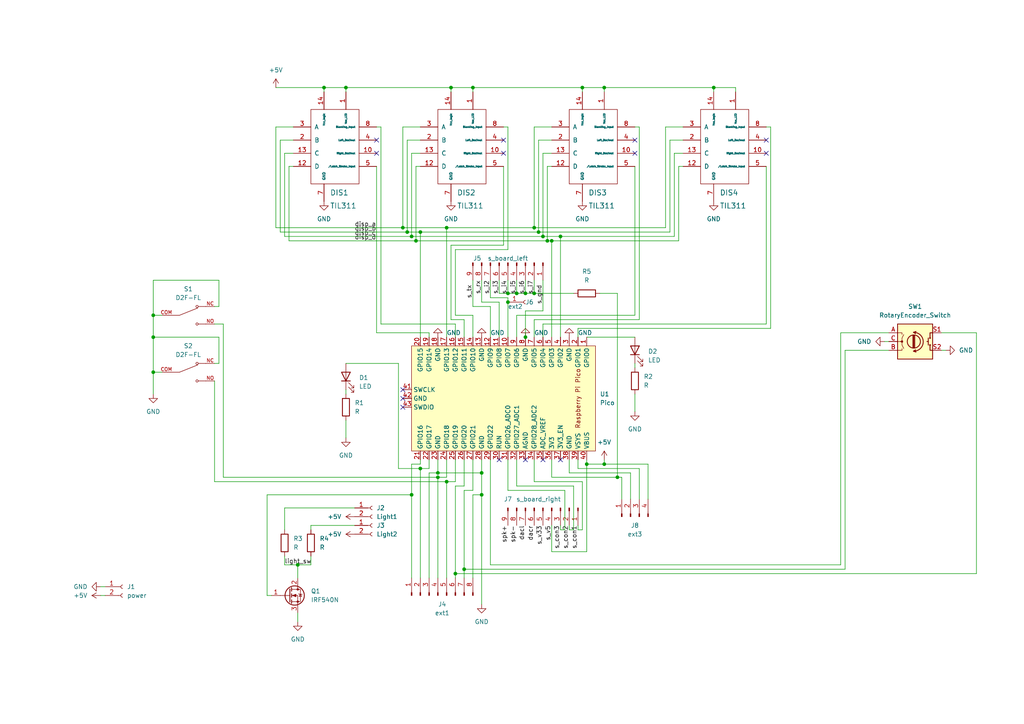
<source format=kicad_sch>
(kicad_sch (version 20211123) (generator eeschema)
  (paper "A4")
  (lib_symbols
    (symbol "Connector:Conn_01x01_Female" (pin_names (offset 1.016) hide)
      (property "Reference" "J" (at 0 2.54 0))
      (property "Value" "Conn_01x01_Female" (at 0 -2.54 0))
      (symbol "Conn_01x01_Female_1_1"
        (polyline (pts (xy -1.27 0) (xy -0.508 0)) (stroke (width 0.1524)))
        (arc (start 0 0.508) (mid -0.508 0) (end 0 -0.508) (stroke (width 0.1524)))
        (pin passive line (at -5.08 0 0) (length 3.81) (name "Pin_1") (number "1"))
      )
    )
    (symbol "Connector:Conn_01x02_Female" (pin_names (offset 1.016) hide)
      (property "Reference" "J" (at 0 2.54 0))
      (property "Value" "Conn_01x02_Female" (at 0 -5.08 0))
      (symbol "Conn_01x02_Female_1_1"
        (arc (start 0 -2.032) (mid -0.508 -2.54) (end 0 -3.048) (stroke (width 0.1524)))
        (polyline (pts (xy -1.27 -2.54) (xy -0.508 -2.54)) (stroke (width 0.1524)))
        (polyline (pts (xy -1.27 0) (xy -0.508 0)) (stroke (width 0.1524)))
        (arc (start 0 0.508) (mid -0.508 0) (end 0 -0.508) (stroke (width 0.1524)))
        (pin passive line (at -5.08 0 0) (length 3.81) (name "Pin_1") (number "1"))
        (pin passive line (at -5.08 -2.54 0) (length 3.81) (name "Pin_2") (number "2"))
      )
    )
    (symbol "Connector:Conn_01x04_Male" (pin_names (offset 1.016) hide)
      (property "Reference" "J" (at 0 5.08 0))
      (property "Value" "Conn_01x04_Male" (at 0 -7.62 0))
      (symbol "Conn_01x04_Male_1_1"
        (polyline (pts (xy 1.27 -5.08) (xy 0.8636 -5.08)) (stroke (width 0.1524)))
        (polyline (pts (xy 1.27 -2.54) (xy 0.8636 -2.54)) (stroke (width 0.1524)))
        (polyline (pts (xy 1.27 0) (xy 0.8636 0)) (stroke (width 0.1524)))
        (polyline (pts (xy 1.27 2.54) (xy 0.8636 2.54)) (stroke (width 0.1524)))
        (rectangle (start 0.8636 -4.953) (end 0 -5.207) (stroke (width 0.1524)) (fill (type outline)))
        (rectangle (start 0.8636 -2.413) (end 0 -2.667) (stroke (width 0.1524)) (fill (type outline)))
        (rectangle (start 0.8636 0.127) (end 0 -0.127) (stroke (width 0.1524)) (fill (type outline)))
        (rectangle (start 0.8636 2.667) (end 0 2.413) (stroke (width 0.1524)) (fill (type outline)))
        (pin passive line (at 5.08 2.54 180) (length 3.81) (name "Pin_1") (number "1"))
        (pin passive line (at 5.08 0 180) (length 3.81) (name "Pin_2") (number "2"))
        (pin passive line (at 5.08 -2.54 180) (length 3.81) (name "Pin_3") (number "3"))
        (pin passive line (at 5.08 -5.08 180) (length 3.81) (name "Pin_4") (number "4"))
      )
    )
    (symbol "Connector:Conn_01x08_Male" (pin_names (offset 1.016) hide)
      (property "Reference" "J" (at 0 10.16 0))
      (property "Value" "Conn_01x08_Male" (at 0 -12.7 0))
      (symbol "Conn_01x08_Male_1_1"
        (polyline (pts (xy 1.27 -10.16) (xy 0.8636 -10.16)) (stroke (width 0.1524)))
        (polyline (pts (xy 1.27 -7.62) (xy 0.8636 -7.62)) (stroke (width 0.1524)))
        (polyline (pts (xy 1.27 -5.08) (xy 0.8636 -5.08)) (stroke (width 0.1524)))
        (polyline (pts (xy 1.27 -2.54) (xy 0.8636 -2.54)) (stroke (width 0.1524)))
        (polyline (pts (xy 1.27 0) (xy 0.8636 0)) (stroke (width 0.1524)))
        (polyline (pts (xy 1.27 2.54) (xy 0.8636 2.54)) (stroke (width 0.1524)))
        (polyline (pts (xy 1.27 5.08) (xy 0.8636 5.08)) (stroke (width 0.1524)))
        (polyline (pts (xy 1.27 7.62) (xy 0.8636 7.62)) (stroke (width 0.1524)))
        (rectangle (start 0.8636 -10.033) (end 0 -10.287) (stroke (width 0.1524)) (fill (type outline)))
        (rectangle (start 0.8636 -7.493) (end 0 -7.747) (stroke (width 0.1524)) (fill (type outline)))
        (rectangle (start 0.8636 -4.953) (end 0 -5.207) (stroke (width 0.1524)) (fill (type outline)))
        (rectangle (start 0.8636 -2.413) (end 0 -2.667) (stroke (width 0.1524)) (fill (type outline)))
        (rectangle (start 0.8636 0.127) (end 0 -0.127) (stroke (width 0.1524)) (fill (type outline)))
        (rectangle (start 0.8636 2.667) (end 0 2.413) (stroke (width 0.1524)) (fill (type outline)))
        (rectangle (start 0.8636 5.207) (end 0 4.953) (stroke (width 0.1524)) (fill (type outline)))
        (rectangle (start 0.8636 7.747) (end 0 7.493) (stroke (width 0.1524)) (fill (type outline)))
        (pin passive line (at 5.08 7.62 180) (length 3.81) (name "Pin_1") (number "1"))
        (pin passive line (at 5.08 5.08 180) (length 3.81) (name "Pin_2") (number "2"))
        (pin passive line (at 5.08 2.54 180) (length 3.81) (name "Pin_3") (number "3"))
        (pin passive line (at 5.08 0 180) (length 3.81) (name "Pin_4") (number "4"))
        (pin passive line (at 5.08 -2.54 180) (length 3.81) (name "Pin_5") (number "5"))
        (pin passive line (at 5.08 -5.08 180) (length 3.81) (name "Pin_6") (number "6"))
        (pin passive line (at 5.08 -7.62 180) (length 3.81) (name "Pin_7") (number "7"))
        (pin passive line (at 5.08 -10.16 180) (length 3.81) (name "Pin_8") (number "8"))
      )
    )
    (symbol "Connector:Conn_01x09_Male" (pin_names (offset 1.016) hide)
      (property "Reference" "J" (at 0 12.7 0))
      (property "Value" "Conn_01x09_Male" (at 0 -12.7 0))
      (symbol "Conn_01x09_Male_1_1"
        (polyline (pts (xy 1.27 -10.16) (xy 0.8636 -10.16)) (stroke (width 0.1524)))
        (polyline (pts (xy 1.27 -7.62) (xy 0.8636 -7.62)) (stroke (width 0.1524)))
        (polyline (pts (xy 1.27 -5.08) (xy 0.8636 -5.08)) (stroke (width 0.1524)))
        (polyline (pts (xy 1.27 -2.54) (xy 0.8636 -2.54)) (stroke (width 0.1524)))
        (polyline (pts (xy 1.27 0) (xy 0.8636 0)) (stroke (width 0.1524)))
        (polyline (pts (xy 1.27 2.54) (xy 0.8636 2.54)) (stroke (width 0.1524)))
        (polyline (pts (xy 1.27 5.08) (xy 0.8636 5.08)) (stroke (width 0.1524)))
        (polyline (pts (xy 1.27 7.62) (xy 0.8636 7.62)) (stroke (width 0.1524)))
        (polyline (pts (xy 1.27 10.16) (xy 0.8636 10.16)) (stroke (width 0.1524)))
        (rectangle (start 0.8636 -10.033) (end 0 -10.287) (stroke (width 0.1524)) (fill (type outline)))
        (rectangle (start 0.8636 -7.493) (end 0 -7.747) (stroke (width 0.1524)) (fill (type outline)))
        (rectangle (start 0.8636 -4.953) (end 0 -5.207) (stroke (width 0.1524)) (fill (type outline)))
        (rectangle (start 0.8636 -2.413) (end 0 -2.667) (stroke (width 0.1524)) (fill (type outline)))
        (rectangle (start 0.8636 0.127) (end 0 -0.127) (stroke (width 0.1524)) (fill (type outline)))
        (rectangle (start 0.8636 2.667) (end 0 2.413) (stroke (width 0.1524)) (fill (type outline)))
        (rectangle (start 0.8636 5.207) (end 0 4.953) (stroke (width 0.1524)) (fill (type outline)))
        (rectangle (start 0.8636 7.747) (end 0 7.493) (stroke (width 0.1524)) (fill (type outline)))
        (rectangle (start 0.8636 10.287) (end 0 10.033) (stroke (width 0.1524)) (fill (type outline)))
        (pin passive line (at 5.08 10.16 180) (length 3.81) (name "Pin_1") (number "1"))
        (pin passive line (at 5.08 7.62 180) (length 3.81) (name "Pin_2") (number "2"))
        (pin passive line (at 5.08 5.08 180) (length 3.81) (name "Pin_3") (number "3"))
        (pin passive line (at 5.08 2.54 180) (length 3.81) (name "Pin_4") (number "4"))
        (pin passive line (at 5.08 0 180) (length 3.81) (name "Pin_5") (number "5"))
        (pin passive line (at 5.08 -2.54 180) (length 3.81) (name "Pin_6") (number "6"))
        (pin passive line (at 5.08 -5.08 180) (length 3.81) (name "Pin_7") (number "7"))
        (pin passive line (at 5.08 -7.62 180) (length 3.81) (name "Pin_8") (number "8"))
        (pin passive line (at 5.08 -10.16 180) (length 3.81) (name "Pin_9") (number "9"))
      )
    )
    (symbol "D2F-FL:D2F-FL" (pin_names (offset 1.016) hide)
      (property "Reference" "S" (at -2.54 5.08 0))
      (property "Value" "D2F-FL" (at -2.54 -5.08 0))
      (symbol "D2F-FL_0_0"
        (polyline (pts (xy -2.54 0) (xy -5.08 0)) (stroke (width 0.1524)))
        (polyline (pts (xy -2.54 0) (xy 2.794 2.1336)) (stroke (width 0.1524)))
        (polyline (pts (xy 5.08 -2.54) (xy 2.921 -2.54)) (stroke (width 0.1524)))
        (polyline (pts (xy 5.08 2.54) (xy 2.921 2.54)) (stroke (width 0.1524)))
        (circle (center 2.54 -2.54) (radius 0.3302) (stroke (width 0.1524)))
        (circle (center 2.54 2.54) (radius 0.3302) (stroke (width 0.1524)))
        (pin passive line (at -7.62 0 0) (length 2.54) (name "~") (number "COM"))
        (pin passive line (at 7.62 2.54 180) (length 2.54) (name "~") (number "NC"))
        (pin passive line (at 7.62 -2.54 180) (length 2.54) (name "~") (number "NO"))
      )
    )
    (symbol "Device:LED" (pin_numbers hide) (pin_names (offset 1.016) hide)
      (property "Reference" "D" (at 0 2.54 0))
      (property "Value" "LED" (at 0 -2.54 0))
      (symbol "LED_0_1"
        (polyline (pts (xy -1.27 -1.27) (xy -1.27 1.27)) (stroke (width 0.254)))
        (polyline (pts (xy -1.27 0) (xy 1.27 0)))
        (polyline (pts (xy 1.27 -1.27) (xy 1.27 1.27) (xy -1.27 0) (xy 1.27 -1.27)) (stroke (width 0.254)))
        (polyline (pts (xy -3.048 -0.762) (xy -4.572 -2.286) (xy -3.81 -2.286) (xy -4.572 -2.286) (xy -4.572 -1.524)))
        (polyline (pts (xy -1.778 -0.762) (xy -3.302 -2.286) (xy -2.54 -2.286) (xy -3.302 -2.286) (xy -3.302 -1.524)))
      )
      (symbol "LED_1_1"
        (pin passive line (at -3.81 0 0) (length 2.54) (name "K") (number "1"))
        (pin passive line (at 3.81 0 180) (length 2.54) (name "A") (number "2"))
      )
    )
    (symbol "Device:R" (pin_numbers hide) (pin_names (offset 0))
      (property "Reference" "R" (at 2.032 0 90))
      (property "Value" "R" (at 0 0 90))
      (symbol "R_0_1"
        (rectangle (start -1.016 -2.54) (end 1.016 2.54) (stroke (width 0.254)))
      )
      (symbol "R_1_1"
        (pin passive line (at 0 3.81 270) (length 1.27) (name "~") (number "1"))
        (pin passive line (at 0 -3.81 90) (length 1.27) (name "~") (number "2"))
      )
    )
    (symbol "Device:RotaryEncoder_Switch" (pin_names (offset 0.254) hide)
      (property "Reference" "SW" (at 0 6.604 0))
      (property "Value" "RotaryEncoder_Switch" (at 0 -6.604 0))
      (symbol "RotaryEncoder_Switch_0_1"
        (rectangle (start -5.08 5.08) (end 5.08 -5.08) (stroke (width 0.254)) (fill (type background)))
        (circle (center -3.81 0) (radius 0.254) (fill (type outline)))
        (arc (start -0.381 -2.794) (mid 2.3622 -0.0508) (end -0.381 2.667) (stroke (width 0.254)))
        (circle (center -0.381 0) (radius 1.905) (stroke (width 0.254)))
        (polyline (pts (xy -0.635 -1.778) (xy -0.635 1.778)) (stroke (width 0.254)))
        (polyline (pts (xy -0.381 -1.778) (xy -0.381 1.778)) (stroke (width 0.254)))
        (polyline (pts (xy -0.127 1.778) (xy -0.127 -1.778)) (stroke (width 0.254)))
        (polyline (pts (xy 3.81 0) (xy 3.429 0)) (stroke (width 0.254)))
        (polyline (pts (xy 3.81 1.016) (xy 3.81 -1.016)) (stroke (width 0.254)))
        (polyline (pts (xy -5.08 -2.54) (xy -3.81 -2.54) (xy -3.81 -2.032)))
        (polyline (pts (xy -5.08 2.54) (xy -3.81 2.54) (xy -3.81 2.032)))
        (polyline (pts (xy 0.254 -3.048) (xy -0.508 -2.794) (xy 0.127 -2.413)) (stroke (width 0.254)))
        (polyline (pts (xy 0.254 2.921) (xy -0.508 2.667) (xy 0.127 2.286)) (stroke (width 0.254)))
        (polyline (pts (xy 5.08 -2.54) (xy 4.318 -2.54) (xy 4.318 -1.016)) (stroke (width 0.254)))
        (polyline (pts (xy 5.08 2.54) (xy 4.318 2.54) (xy 4.318 1.016)) (stroke (width 0.254)))
        (polyline (pts (xy -5.08 0) (xy -3.81 0) (xy -3.81 -1.016) (xy -3.302 -2.032)))
        (polyline (pts (xy -4.318 0) (xy -3.81 0) (xy -3.81 1.016) (xy -3.302 2.032)))
        (circle (center 4.318 -1.016) (radius 0.127) (stroke (width 0.254)))
        (circle (center 4.318 1.016) (radius 0.127) (stroke (width 0.254)))
      )
      (symbol "RotaryEncoder_Switch_1_1"
        (pin passive line (at -7.62 2.54 0) (length 2.54) (name "A") (number "A"))
        (pin passive line (at -7.62 -2.54 0) (length 2.54) (name "B") (number "B"))
        (pin passive line (at -7.62 0 0) (length 2.54) (name "C") (number "C"))
        (pin passive line (at 7.62 2.54 180) (length 2.54) (name "S1") (number "S1"))
        (pin passive line (at 7.62 -2.54 180) (length 2.54) (name "S2") (number "S2"))
      )
    )
    (symbol "MCU_RaspberryPi_and_Boards:Pico"
      (property "Reference" "U" (at -13.97 27.94 0))
      (property "Value" "Pico" (at 0 19.05 0))
      (symbol "Pico_0_0"
        (text "Raspberry Pi Pico" (at 0 21.59 0) (effects (font (size 1.27 1.27))))
      )
      (symbol "Pico_0_1"
        (rectangle (start -15.24 26.67) (end 15.24 -26.67) (fill (type background)))
      )
      (symbol "Pico_1_1"
        (pin bidirectional line (at -17.78 24.13 0) (length 2.54) (name "GPIO0") (number "1"))
        (pin bidirectional line (at -17.78 1.27 0) (length 2.54) (name "GPIO7") (number "10"))
        (pin bidirectional line (at -17.78 -1.27 0) (length 2.54) (name "GPIO8") (number "11"))
        (pin bidirectional line (at -17.78 -3.81 0) (length 2.54) (name "GPIO9") (number "12"))
        (pin power_in line (at -17.78 -6.35 0) (length 2.54) (name "GND") (number "13"))
        (pin bidirectional line (at -17.78 -8.89 0) (length 2.54) (name "GPIO10") (number "14"))
        (pin bidirectional line (at -17.78 -11.43 0) (length 2.54) (name "GPIO11") (number "15"))
        (pin bidirectional line (at -17.78 -13.97 0) (length 2.54) (name "GPIO12") (number "16"))
        (pin bidirectional line (at -17.78 -16.51 0) (length 2.54) (name "GPIO13") (number "17"))
        (pin power_in line (at -17.78 -19.05 0) (length 2.54) (name "GND") (number "18"))
        (pin bidirectional line (at -17.78 -21.59 0) (length 2.54) (name "GPIO14") (number "19"))
        (pin bidirectional line (at -17.78 21.59 0) (length 2.54) (name "GPIO1") (number "2"))
        (pin bidirectional line (at -17.78 -24.13 0) (length 2.54) (name "GPIO15") (number "20"))
        (pin bidirectional line (at 17.78 -24.13 180) (length 2.54) (name "GPIO16") (number "21"))
        (pin bidirectional line (at 17.78 -21.59 180) (length 2.54) (name "GPIO17") (number "22"))
        (pin power_in line (at 17.78 -19.05 180) (length 2.54) (name "GND") (number "23"))
        (pin bidirectional line (at 17.78 -16.51 180) (length 2.54) (name "GPIO18") (number "24"))
        (pin bidirectional line (at 17.78 -13.97 180) (length 2.54) (name "GPIO19") (number "25"))
        (pin bidirectional line (at 17.78 -11.43 180) (length 2.54) (name "GPIO20") (number "26"))
        (pin bidirectional line (at 17.78 -8.89 180) (length 2.54) (name "GPIO21") (number "27"))
        (pin power_in line (at 17.78 -6.35 180) (length 2.54) (name "GND") (number "28"))
        (pin bidirectional line (at 17.78 -3.81 180) (length 2.54) (name "GPIO22") (number "29"))
        (pin power_in line (at -17.78 19.05 0) (length 2.54) (name "GND") (number "3"))
        (pin input line (at 17.78 -1.27 180) (length 2.54) (name "RUN") (number "30"))
        (pin bidirectional line (at 17.78 1.27 180) (length 2.54) (name "GPIO26_ADC0") (number "31"))
        (pin bidirectional line (at 17.78 3.81 180) (length 2.54) (name "GPIO27_ADC1") (number "32"))
        (pin power_in line (at 17.78 6.35 180) (length 2.54) (name "AGND") (number "33"))
        (pin bidirectional line (at 17.78 8.89 180) (length 2.54) (name "GPIO28_ADC2") (number "34"))
        (pin power_in line (at 17.78 11.43 180) (length 2.54) (name "ADC_VREF") (number "35"))
        (pin power_in line (at 17.78 13.97 180) (length 2.54) (name "3V3") (number "36"))
        (pin input line (at 17.78 16.51 180) (length 2.54) (name "3V3_EN") (number "37"))
        (pin bidirectional line (at 17.78 19.05 180) (length 2.54) (name "GND") (number "38"))
        (pin power_in line (at 17.78 21.59 180) (length 2.54) (name "VSYS") (number "39"))
        (pin bidirectional line (at -17.78 16.51 0) (length 2.54) (name "GPIO2") (number "4"))
        (pin power_in line (at 17.78 24.13 180) (length 2.54) (name "VBUS") (number "40"))
        (pin input line (at -2.54 -29.21 90) (length 2.54) (name "SWCLK") (number "41"))
        (pin power_in line (at 0 -29.21 90) (length 2.54) (name "GND") (number "42"))
        (pin bidirectional line (at 2.54 -29.21 90) (length 2.54) (name "SWDIO") (number "43"))
        (pin bidirectional line (at -17.78 13.97 0) (length 2.54) (name "GPIO3") (number "5"))
        (pin bidirectional line (at -17.78 11.43 0) (length 2.54) (name "GPIO4") (number "6"))
        (pin bidirectional line (at -17.78 8.89 0) (length 2.54) (name "GPIO5") (number "7"))
        (pin power_in line (at -17.78 6.35 0) (length 2.54) (name "GND") (number "8"))
        (pin bidirectional line (at -17.78 3.81 0) (length 2.54) (name "GPIO6") (number "9"))
      )
    )
    (symbol "Transistor_FET:IRF540N" (pin_names hide)
      (property "Reference" "Q" (at 6.35 1.905 0))
      (property "Value" "IRF540N" (at 6.35 0 0))
      (symbol "IRF540N_0_1"
        (polyline (pts (xy 0.254 0) (xy -2.54 0)))
        (polyline (pts (xy 0.254 1.905) (xy 0.254 -1.905)) (stroke (width 0.254)))
        (polyline (pts (xy 0.762 -1.27) (xy 0.762 -2.286)) (stroke (width 0.254)))
        (polyline (pts (xy 0.762 0.508) (xy 0.762 -0.508)) (stroke (width 0.254)))
        (polyline (pts (xy 0.762 2.286) (xy 0.762 1.27)) (stroke (width 0.254)))
        (polyline (pts (xy 2.54 2.54) (xy 2.54 1.778)))
        (polyline (pts (xy 2.54 -2.54) (xy 2.54 0) (xy 0.762 0)))
        (polyline (pts (xy 0.762 -1.778) (xy 3.302 -1.778) (xy 3.302 1.778) (xy 0.762 1.778)))
        (polyline (pts (xy 1.016 0) (xy 2.032 0.381) (xy 2.032 -0.381) (xy 1.016 0)) (fill (type outline)))
        (polyline (pts (xy 2.794 0.508) (xy 2.921 0.381) (xy 3.683 0.381) (xy 3.81 0.254)))
        (polyline (pts (xy 3.302 0.381) (xy 2.921 -0.254) (xy 3.683 -0.254) (xy 3.302 0.381)))
        (circle (center 1.651 0) (radius 2.794) (stroke (width 0.254)))
        (circle (center 2.54 -1.778) (radius 0.254) (fill (type outline)))
        (circle (center 2.54 1.778) (radius 0.254) (fill (type outline)))
      )
      (symbol "IRF540N_1_1"
        (pin input line (at -5.08 0 0) (length 2.54) (name "G") (number "1"))
        (pin passive line (at 2.54 5.08 270) (length 2.54) (name "D") (number "2"))
        (pin passive line (at 2.54 -5.08 90) (length 2.54) (name "S") (number "3"))
      )
    )
    (symbol "led-displays-obsolete:TIL311" (pin_names (offset 1.016))
      (property "Reference" "DIS" (at -16.51 -17.78 0))
      (property "Value" "TIL311" (at 0 0 90))
      (symbol "TIL311_0_1"
        (rectangle (start 7.62 -11.43) (end -6.35 10.16))
      )
      (symbol "TIL311_1_1"
        (pin power_in line (at 3.81 15.24 270) (length 5.08) (name "Vcc_LED") (number "1"))
        (pin output line (at 12.7 -2.54 180) (length 5.08) (name "Right_Decimal") (number "10"))
        (pin input line (at -11.43 -6.35 0) (length 5.08) (name "D") (number "12"))
        (pin input line (at -11.43 -2.54 0) (length 5.08) (name "C") (number "13"))
        (pin power_in line (at -2.54 15.24 270) (length 5.08) (name "Vcc_logic") (number "14"))
        (pin input line (at -11.43 1.27 0) (length 5.08) (name "B") (number "2"))
        (pin input line (at -11.43 5.08 0) (length 5.08) (name "A") (number "3"))
        (pin output line (at 12.7 1.27 180) (length 5.08) (name "Left_Decimal") (number "4"))
        (pin input line (at 12.7 -6.35 180) (length 5.08) (name "/Latch_Strobe_Input") (number "5"))
        (pin power_out line (at -2.54 -16.51 90) (length 5.08) (name "GND") (number "7"))
        (pin input line (at 12.7 5.08 180) (length 5.08) (name "Blanking_Input") (number "8"))
      )
    )
    (symbol "power:+5V" (power) (pin_names (offset 0))
      (property "Value" "+5V" (at 0 3.556 0))
      (symbol "+5V_0_1"
        (polyline (pts (xy -0.762 1.27) (xy 0 2.54)))
        (polyline (pts (xy 0 0) (xy 0 2.54)))
        (polyline (pts (xy 0 2.54) (xy 0.762 1.27)))
      )
      (symbol "+5V_1_1"
        (pin power_in line (at 0 0 90) (length 0) hide (name "+5V") (number "1"))
      )
    )
    (symbol "power:GND" (power) (pin_names (offset 0))
      (property "Value" "GND" (at 0 -3.81 0))
      (symbol "GND_0_1"
        (polyline (pts (xy 0 0) (xy 0 -1.27) (xy 1.27 -1.27) (xy 0 -2.54) (xy -1.27 -1.27) (xy 0 -1.27)))
      )
      (symbol "GND_1_1"
        (pin power_in line (at 0 0 270) (length 0) hide (name "GND") (number "1"))
      )
    )
  )
  (junction (at 154.94 66.04))
  (junction (at 152.4 97.79))
  (junction (at 139.7 143.51))
  (junction (at 149.86 85.09))
  (junction (at 119.38 68.58))
  (junction (at 44.45 91.44))
  (junction (at 120.65 69.85))
  (junction (at 207.01 25.4))
  (junction (at 86.36 163.83))
  (junction (at 170.18 134.62))
  (junction (at 118.11 67.31))
  (junction (at 127 137.16))
  (junction (at 121.92 67.31))
  (junction (at 160.02 69.85))
  (junction (at 152.4 85.09))
  (junction (at 44.45 97.79))
  (junction (at 100.33 25.4))
  (junction (at 130.81 25.4))
  (junction (at 156.21 67.31))
  (junction (at 121.92 135.89))
  (junction (at 179.07 138.43))
  (junction (at 175.26 25.4))
  (junction (at 132.08 166.37))
  (junction (at 93.98 25.4))
  (junction (at 139.7 137.16))
  (junction (at 44.45 107.95))
  (junction (at 116.84 66.04))
  (junction (at 119.38 143.51))
  (junction (at 147.32 87.63))
  (junction (at 134.62 165.1))
  (junction (at 168.91 25.4))
  (junction (at 175.26 134.62))
  (junction (at 147.32 85.09))
  (junction (at 158.75 69.85))
  (junction (at 127 138.43))
  (junction (at 129.54 66.04))
  (junction (at 157.48 68.58))
  (junction (at 162.56 68.58))
  (junction (at 137.16 25.4))
  (junction (at 154.94 85.09))
  (junction (at 129.54 139.7))
  (no_connect (at 116.84 113.03))
  (no_connect (at 116.84 115.57))
  (no_connect (at 116.84 118.11))
  (no_connect (at 109.22 40.64))
  (no_connect (at 109.22 44.45))
  (no_connect (at 184.15 40.64))
  (no_connect (at 184.15 44.45))
  (no_connect (at 222.25 40.64))
  (no_connect (at 222.25 44.45))
  (no_connect (at 146.05 40.64))
  (no_connect (at 146.05 44.45))
  (no_connect (at 162.56 133.35))
  (no_connect (at 157.48 133.35))
  (no_connect (at 152.4 133.35))
  (no_connect (at 144.78 133.35))
  (wire (pts (xy 180.34 144.78) (xy 180.34 138.43)))
  (wire (pts (xy 184.15 36.83) (xy 185.42 36.83)))
  (wire (pts (xy 154.94 81.28) (xy 154.94 85.09)))
  (wire (pts (xy 83.82 48.26) (xy 83.82 69.85)))
  (wire (pts (xy 165.1 152.4) (xy 165.1 153.67)))
  (wire (pts (xy 160.02 133.35) (xy 160.02 138.43)))
  (wire (pts (xy 121.92 40.64) (xy 118.11 40.64)))
  (wire (pts (xy 137.16 167.64) (xy 137.16 143.51)))
  (wire (pts (xy 162.56 152.4) (xy 162.56 153.67)))
  (wire (pts (xy 147.32 36.83) (xy 147.32 72.39)))
  (wire (pts (xy 184.15 105.41) (xy 184.15 106.68)))
  (wire (pts (xy 198.12 44.45) (xy 195.58 44.45)))
  (wire (pts (xy 157.48 44.45) (xy 157.48 68.58)))
  (wire (pts (xy 100.33 25.4) (xy 130.81 25.4)))
  (wire (pts (xy 121.92 134.62) (xy 119.38 134.62)))
  (wire (pts (xy 170.18 133.35) (xy 170.18 134.62)))
  (wire (pts (xy 184.15 48.26) (xy 184.15 91.44)))
  (wire (pts (xy 182.88 137.16) (xy 165.1 137.16)))
  (wire (pts (xy 132.08 139.7) (xy 132.08 133.35)))
  (wire (pts (xy 185.42 92.71) (xy 154.94 92.71)))
  (wire (pts (xy 147.32 133.35) (xy 147.32 142.24)))
  (wire (pts (xy 160.02 69.85) (xy 196.85 69.85)))
  (wire (pts (xy 93.98 25.4) (xy 93.98 26.67)))
  (wire (pts (xy 62.23 88.9) (xy 63.5 88.9)))
  (wire (pts (xy 154.94 133.35) (xy 154.94 139.7)))
  (wire (pts (xy 152.4 85.09) (xy 149.86 85.09)))
  (wire (pts (xy 130.81 25.4) (xy 137.16 25.4)))
  (wire (pts (xy 115.57 105.41) (xy 115.57 135.89)))
  (wire (pts (xy 149.86 85.09) (xy 147.32 85.09)))
  (wire (pts (xy 167.64 135.89) (xy 167.64 133.35)))
  (wire (pts (xy 86.36 177.8) (xy 86.36 180.34)))
  (wire (pts (xy 167.64 95.25) (xy 167.64 97.79)))
  (wire (pts (xy 187.96 144.78) (xy 187.96 134.62)))
  (wire (pts (xy 157.48 90.17) (xy 152.4 90.17)))
  (wire (pts (xy 157.48 68.58) (xy 162.56 68.58)))
  (wire (pts (xy 121.92 44.45) (xy 119.38 44.45)))
  (wire (pts (xy 132.08 93.98) (xy 132.08 97.79)))
  (wire (pts (xy 129.54 133.35) (xy 129.54 138.43)))
  (wire (pts (xy 146.05 48.26) (xy 146.05 71.12)))
  (wire (pts (xy 77.47 143.51) (xy 77.47 172.72)))
  (wire (pts (xy 121.92 67.31) (xy 156.21 67.31)))
  (wire (pts (xy 198.12 40.64) (xy 194.31 40.64)))
  (wire (pts (xy 127 138.43) (xy 129.54 138.43)))
  (wire (pts (xy 147.32 81.28) (xy 147.32 85.09)))
  (wire (pts (xy 165.1 133.35) (xy 165.1 137.16)))
  (wire (pts (xy 154.94 66.04) (xy 154.94 36.83)))
  (wire (pts (xy 139.7 137.16) (xy 139.7 133.35)))
  (wire (pts (xy 146.05 36.83) (xy 147.32 36.83)))
  (wire (pts (xy 118.11 40.64) (xy 118.11 67.31)))
  (wire (pts (xy 187.96 134.62) (xy 175.26 134.62)))
  (wire (pts (xy 124.46 135.89) (xy 124.46 133.35)))
  (wire (pts (xy 109.22 96.52) (xy 124.46 96.52)))
  (wire (pts (xy 115.57 135.89) (xy 121.92 135.89)))
  (wire (pts (xy 85.09 40.64) (xy 81.28 40.64)))
  (wire (pts (xy 132.08 166.37) (xy 132.08 140.97)))
  (wire (pts (xy 154.94 92.71) (xy 154.94 97.79)))
  (wire (pts (xy 81.28 67.31) (xy 118.11 67.31)))
  (wire (pts (xy 147.32 86.36) (xy 147.32 87.63)))
  (wire (pts (xy 166.37 85.09) (xy 154.94 85.09)))
  (wire (pts (xy 119.38 143.51) (xy 77.47 143.51)))
  (wire (pts (xy 182.88 144.78) (xy 182.88 137.16)))
  (wire (pts (xy 100.33 105.41) (xy 115.57 105.41)))
  (wire (pts (xy 256.54 99.06) (xy 257.81 99.06)))
  (wire (pts (xy 147.32 72.39) (xy 132.08 72.39)))
  (wire (pts (xy 160.02 48.26) (xy 158.75 48.26)))
  (wire (pts (xy 137.16 133.35) (xy 137.16 142.24)))
  (wire (pts (xy 134.62 142.24) (xy 137.16 142.24)))
  (wire (pts (xy 170.18 134.62) (xy 170.18 160.02)))
  (wire (pts (xy 207.01 25.4) (xy 207.01 26.67)))
  (wire (pts (xy 80.01 25.4) (xy 93.98 25.4)))
  (wire (pts (xy 100.33 25.4) (xy 100.33 26.67)))
  (wire (pts (xy 137.16 25.4) (xy 168.91 25.4)))
  (wire (pts (xy 90.17 161.29) (xy 90.17 163.83)))
  (wire (pts (xy 62.23 110.49) (xy 62.23 139.7)))
  (wire (pts (xy 154.94 85.09) (xy 152.4 85.09)))
  (wire (pts (xy 62.23 105.41) (xy 63.5 105.41)))
  (wire (pts (xy 62.23 139.7) (xy 129.54 139.7)))
  (wire (pts (xy 162.56 68.58) (xy 195.58 68.58)))
  (wire (pts (xy 283.21 166.37) (xy 132.08 166.37)))
  (wire (pts (xy 160.02 44.45) (xy 157.48 44.45)))
  (wire (pts (xy 63.5 81.28) (xy 44.45 81.28)))
  (wire (pts (xy 222.25 36.83) (xy 223.52 36.83)))
  (wire (pts (xy 64.77 138.43) (xy 127 138.43)))
  (wire (pts (xy 134.62 92.71) (xy 134.62 97.79)))
  (wire (pts (xy 130.81 92.71) (xy 134.62 92.71)))
  (wire (pts (xy 139.7 143.51) (xy 139.7 137.16)))
  (wire (pts (xy 160.02 160.02) (xy 170.18 160.02)))
  (wire (pts (xy 245.11 165.1) (xy 134.62 165.1)))
  (wire (pts (xy 121.92 48.26) (xy 120.65 48.26)))
  (wire (pts (xy 283.21 96.52) (xy 283.21 166.37)))
  (wire (pts (xy 90.17 152.4) (xy 90.17 153.67)))
  (wire (pts (xy 77.47 172.72) (xy 78.74 172.72)))
  (wire (pts (xy 156.21 67.31) (xy 194.31 67.31)))
  (wire (pts (xy 100.33 113.03) (xy 100.33 114.3)))
  (wire (pts (xy 157.48 93.98) (xy 157.48 97.79)))
  (wire (pts (xy 156.21 40.64) (xy 156.21 67.31)))
  (wire (pts (xy 132.08 91.44) (xy 137.16 91.44)))
  (wire (pts (xy 119.38 68.58) (xy 157.48 68.58)))
  (wire (pts (xy 63.5 88.9) (xy 63.5 81.28)))
  (wire (pts (xy 44.45 81.28) (xy 44.45 91.44)))
  (wire (pts (xy 129.54 167.64) (xy 129.54 139.7)))
  (wire (pts (xy 29.21 170.18) (xy 30.48 170.18)))
  (wire (pts (xy 198.12 48.26) (xy 196.85 48.26)))
  (wire (pts (xy 110.49 36.83) (xy 110.49 93.98)))
  (wire (pts (xy 132.08 140.97) (xy 134.62 140.97)))
  (wire (pts (xy 179.07 85.09) (xy 179.07 138.43)))
  (wire (pts (xy 86.36 163.83) (xy 86.36 167.64)))
  (wire (pts (xy 142.24 81.28) (xy 142.24 86.36)))
  (wire (pts (xy 147.32 87.63) (xy 147.32 97.79)))
  (wire (pts (xy 134.62 167.64) (xy 134.62 165.1)))
  (wire (pts (xy 157.48 81.28) (xy 157.48 90.17)))
  (wire (pts (xy 82.55 153.67) (xy 82.55 147.32)))
  (wire (pts (xy 127 167.64) (xy 127 138.43)))
  (wire (pts (xy 207.01 25.4) (xy 213.36 25.4)))
  (wire (pts (xy 120.65 69.85) (xy 158.75 69.85)))
  (wire (pts (xy 243.84 96.52) (xy 257.81 96.52)))
  (wire (pts (xy 223.52 36.83) (xy 223.52 95.25)))
  (wire (pts (xy 62.23 93.98) (xy 64.77 93.98)))
  (wire (pts (xy 80.01 36.83) (xy 85.09 36.83)))
  (wire (pts (xy 222.25 93.98) (xy 157.48 93.98)))
  (wire (pts (xy 130.81 25.4) (xy 130.81 26.67)))
  (wire (pts (xy 129.54 66.04) (xy 129.54 97.79)))
  (wire (pts (xy 124.46 137.16) (xy 127 137.16)))
  (wire (pts (xy 129.54 66.04) (xy 154.94 66.04)))
  (wire (pts (xy 139.7 143.51) (xy 139.7 175.26)))
  (wire (pts (xy 44.45 97.79) (xy 63.5 97.79)))
  (wire (pts (xy 85.09 48.26) (xy 83.82 48.26)))
  (wire (pts (xy 44.45 91.44) (xy 44.45 97.79)))
  (wire (pts (xy 119.38 143.51) (xy 119.38 167.64)))
  (wire (pts (xy 173.99 85.09) (xy 179.07 85.09)))
  (wire (pts (xy 109.22 48.26) (xy 109.22 96.52)))
  (wire (pts (xy 175.26 25.4) (xy 207.01 25.4)))
  (wire (pts (xy 82.55 147.32) (xy 102.87 147.32)))
  (wire (pts (xy 64.77 93.98) (xy 64.77 138.43)))
  (wire (pts (xy 166.37 140.97) (xy 166.37 153.67)))
  (wire (pts (xy 46.99 107.95) (xy 44.45 107.95)))
  (wire (pts (xy 137.16 25.4) (xy 137.16 26.67)))
  (wire (pts (xy 29.21 172.72) (xy 30.48 172.72)))
  (wire (pts (xy 165.1 153.67) (xy 166.37 153.67)))
  (wire (pts (xy 110.49 93.98) (xy 132.08 93.98)))
  (wire (pts (xy 80.01 36.83) (xy 80.01 66.04)))
  (wire (pts (xy 180.34 138.43) (xy 179.07 138.43)))
  (wire (pts (xy 149.86 140.97) (xy 166.37 140.97)))
  (wire (pts (xy 167.64 153.67) (xy 168.91 153.67)))
  (wire (pts (xy 82.55 44.45) (xy 82.55 68.58)))
  (wire (pts (xy 134.62 165.1) (xy 134.62 142.24)))
  (wire (pts (xy 132.08 72.39) (xy 132.08 91.44)))
  (wire (pts (xy 154.94 36.83) (xy 160.02 36.83)))
  (wire (pts (xy 160.02 40.64) (xy 156.21 40.64)))
  (wire (pts (xy 86.36 163.83) (xy 90.17 163.83)))
  (wire (pts (xy 137.16 88.9) (xy 142.24 88.9)))
  (wire (pts (xy 90.17 152.4) (xy 102.87 152.4)))
  (wire (pts (xy 257.81 101.6) (xy 245.11 101.6)))
  (wire (pts (xy 243.84 163.83) (xy 243.84 96.52)))
  (wire (pts (xy 82.55 68.58) (xy 119.38 68.58)))
  (wire (pts (xy 160.02 152.4) (xy 160.02 160.02)))
  (wire (pts (xy 193.04 36.83) (xy 193.04 66.04)))
  (wire (pts (xy 124.46 96.52) (xy 124.46 97.79)))
  (wire (pts (xy 93.98 25.4) (xy 100.33 25.4)))
  (wire (pts (xy 109.22 36.83) (xy 110.49 36.83)))
  (wire (pts (xy 81.28 40.64) (xy 81.28 67.31)))
  (wire (pts (xy 134.62 140.97) (xy 134.62 133.35)))
  (wire (pts (xy 80.01 66.04) (xy 116.84 66.04)))
  (wire (pts (xy 149.86 81.28) (xy 149.86 85.09)))
  (wire (pts (xy 129.54 139.7) (xy 132.08 139.7)))
  (wire (pts (xy 137.16 91.44) (xy 137.16 97.79)))
  (wire (pts (xy 120.65 48.26) (xy 120.65 69.85)))
  (wire (pts (xy 121.92 67.31) (xy 121.92 97.79)))
  (wire (pts (xy 170.18 134.62) (xy 175.26 134.62)))
  (wire (pts (xy 170.18 97.79) (xy 184.15 97.79)))
  (wire (pts (xy 184.15 114.3) (xy 184.15 119.38)))
  (wire (pts (xy 85.09 44.45) (xy 82.55 44.45)))
  (wire (pts (xy 245.11 101.6) (xy 245.11 165.1)))
  (wire (pts (xy 168.91 139.7) (xy 168.91 153.67)))
  (wire (pts (xy 139.7 87.63) (xy 144.78 87.63)))
  (wire (pts (xy 132.08 167.64) (xy 132.08 166.37)))
  (wire (pts (xy 175.26 133.35) (xy 175.26 134.62)))
  (wire (pts (xy 162.56 153.67) (xy 163.83 153.67)))
  (wire (pts (xy 175.26 25.4) (xy 175.26 26.67)))
  (wire (pts (xy 83.82 69.85) (xy 120.65 69.85)))
  (wire (pts (xy 162.56 68.58) (xy 162.56 97.79)))
  (wire (pts (xy 100.33 121.92) (xy 100.33 127)))
  (wire (pts (xy 142.24 163.83) (xy 243.84 163.83)))
  (wire (pts (xy 168.91 25.4) (xy 168.91 26.67)))
  (wire (pts (xy 152.4 81.28) (xy 152.4 85.09)))
  (wire (pts (xy 163.83 153.67) (xy 163.83 142.24)))
  (wire (pts (xy 137.16 143.51) (xy 139.7 143.51)))
  (wire (pts (xy 44.45 97.79) (xy 44.45 107.95)))
  (wire (pts (xy 142.24 133.35) (xy 142.24 163.83)))
  (wire (pts (xy 185.42 36.83) (xy 185.42 92.71)))
  (wire (pts (xy 121.92 135.89) (xy 124.46 135.89)))
  (wire (pts (xy 273.05 101.6) (xy 274.32 101.6)))
  (wire (pts (xy 144.78 81.28) (xy 144.78 85.09)))
  (wire (pts (xy 179.07 138.43) (xy 160.02 138.43)))
  (wire (pts (xy 273.05 96.52) (xy 283.21 96.52)))
  (wire (pts (xy 147.32 85.09) (xy 144.78 85.09)))
  (wire (pts (xy 154.94 139.7) (xy 168.91 139.7)))
  (wire (pts (xy 119.38 44.45) (xy 119.38 68.58)))
  (wire (pts (xy 223.52 95.25) (xy 167.64 95.25)))
  (wire (pts (xy 139.7 81.28) (xy 139.7 87.63)))
  (wire (pts (xy 160.02 69.85) (xy 160.02 97.79)))
  (wire (pts (xy 195.58 44.45) (xy 195.58 68.58)))
  (wire (pts (xy 130.81 71.12) (xy 130.81 92.71)))
  (wire (pts (xy 142.24 88.9) (xy 142.24 97.79)))
  (wire (pts (xy 196.85 48.26) (xy 196.85 69.85)))
  (wire (pts (xy 213.36 25.4) (xy 213.36 26.67)))
  (wire (pts (xy 185.42 144.78) (xy 185.42 135.89)))
  (wire (pts (xy 127 137.16) (xy 127 133.35)))
  (wire (pts (xy 168.91 25.4) (xy 175.26 25.4)))
  (wire (pts (xy 222.25 48.26) (xy 222.25 93.98)))
  (wire (pts (xy 137.16 81.28) (xy 137.16 88.9)))
  (wire (pts (xy 127 137.16) (xy 139.7 137.16)))
  (wire (pts (xy 167.64 152.4) (xy 167.64 153.67)))
  (wire (pts (xy 118.11 67.31) (xy 121.92 67.31)))
  (wire (pts (xy 149.86 91.44) (xy 149.86 97.79)))
  (wire (pts (xy 146.05 71.12) (xy 130.81 71.12)))
  (wire (pts (xy 185.42 135.89) (xy 167.64 135.89)))
  (wire (pts (xy 116.84 66.04) (xy 116.84 36.83)))
  (wire (pts (xy 142.24 86.36) (xy 147.32 86.36)))
  (wire (pts (xy 116.84 36.83) (xy 121.92 36.83)))
  (wire (pts (xy 158.75 69.85) (xy 160.02 69.85)))
  (wire (pts (xy 82.55 161.29) (xy 82.55 163.83)))
  (wire (pts (xy 194.31 40.64) (xy 194.31 67.31)))
  (wire (pts (xy 124.46 167.64) (xy 124.46 137.16)))
  (wire (pts (xy 121.92 167.64) (xy 121.92 135.89)))
  (wire (pts (xy 116.84 66.04) (xy 129.54 66.04)))
  (wire (pts (xy 158.75 48.26) (xy 158.75 69.85)))
  (wire (pts (xy 184.15 91.44) (xy 149.86 91.44)))
  (wire (pts (xy 154.94 66.04) (xy 193.04 66.04)))
  (wire (pts (xy 82.55 163.83) (xy 86.36 163.83)))
  (wire (pts (xy 149.86 140.97) (xy 149.86 133.35)))
  (wire (pts (xy 46.99 91.44) (xy 44.45 91.44)))
  (wire (pts (xy 119.38 134.62) (xy 119.38 143.51)))
  (wire (pts (xy 144.78 87.63) (xy 144.78 97.79)))
  (wire (pts (xy 121.92 133.35) (xy 121.92 134.62)))
  (wire (pts (xy 44.45 114.3) (xy 44.45 107.95)))
  (wire (pts (xy 63.5 105.41) (xy 63.5 97.79)))
  (wire (pts (xy 152.4 90.17) (xy 152.4 97.79)))
  (wire (pts (xy 147.32 142.24) (xy 163.83 142.24)))
  (wire (pts (xy 198.12 36.83) (xy 193.04 36.83)))
  (label "s_con2" (at 165.1 152.4 270))
  (label "s_con3" (at 162.56 152.4 270))
  (label "s_i3" (at 144.78 81.28 270))
  (label "disp_d" (at 102.87 69.85 0))
  (label "disp_b" (at 102.87 67.31 0))
  (label "dacr" (at 154.94 152.4 270))
  (label "s_i6" (at 152.4 81.28 270))
  (label "dacl" (at 152.4 152.4 270))
  (label "s_i2" (at 142.24 81.28 270))
  (label "s_con1" (at 167.64 152.4 270))
  (label "s_v33" (at 157.48 152.4 270))
  (label "disp_c" (at 102.87 68.58 0))
  (label "s_i7" (at 154.94 81.28 270))
  (label "s_rx" (at 139.7 81.28 270))
  (label "spk+" (at 147.32 152.4 270))
  (label "s_i4" (at 147.32 81.28 270))
  (label "s_v5" (at 160.02 152.4 270))
  (label "s_tx" (at 137.16 82.55 270))
  (label "s_gnd" (at 157.48 82.55 270))
  (label "s_i5" (at 149.86 81.28 270))
  (label "spk-" (at 149.86 152.4 270))
  (label "disp_a" (at 102.87 66.04 0))
  (label "light_sw" (at 82.55 163.83 0))
  (symbol (lib_id "Device:R") (at 100.33 118.11 0) (unit 1)
    (property "Reference" "R1" (at 102.87 116.8399 0) (effects (justify left)))
    (property "Value" "R" (at 102.87 119.3799 0) (effects (justify left)))
    (property "Footprint" "Resistor_THT:R_Axial_DIN0207_L6.3mm_D2.5mm_P10.16mm_Horizontal" (effects hide))
  )
  (symbol (lib_id "Device:LED") (at 184.15 101.6 90) (unit 1)
    (property "Reference" "D2" (at 187.96 101.9174 90) (effects (justify right)))
    (property "Value" "LED" (at 187.96 104.4574 90) (effects (justify right)))
    (property "Footprint" "LED_THT:LED_Rectangular_W5.0mm_H2.0mm" (effects hide))
  )
  (symbol (lib_id "power:GND") (at 127 97.79 180) (unit 1)
    (property "Reference" "#PWR010" (effects hide))
    (property "Value" "GND" (at 129.54 96.5199 0) (effects (justify right)))
  )
  (symbol (lib_id "Connector:Conn_01x02_Female") (at 107.95 152.4 0) (unit 1)
    (property "Reference" "J3" (at 109.22 152.3999 0) (effects (justify left)))
    (property "Value" "Light2" (at 109.22 154.9399 0) (effects (justify left)))
    (property "Footprint" "Connector_Wire:SolderWire-0.5sqmm_1x02_P4.8mm_D0.9mm_OD2.3mm" (effects hide))
  )
  (symbol (lib_id "Device:R") (at 184.15 110.49 0) (unit 1)
    (property "Reference" "R2" (at 186.69 109.2199 0) (effects (justify left)))
    (property "Value" "R" (at 186.69 111.7599 0) (effects (justify left)))
    (property "Footprint" "Resistor_THT:R_Axial_DIN0207_L6.3mm_D2.5mm_P10.16mm_Horizontal" (effects hide))
  )
  (symbol (lib_id "power:+5V") (at 29.21 172.72 90) (unit 1)
    (property "Reference" "#PWR02" (effects hide))
    (property "Value" "+5V" (at 25.4 172.7199 90) (effects (justify left)))
  )
  (symbol (lib_id "power:+5V") (at 80.01 25.4 0) (unit 1)
    (property "Reference" "#PWR05" (effects hide))
    (property "Value" "+5V" (at 80.01 20.32 0))
  )
  (symbol (lib_id "Connector:Conn_01x02_Female") (at 107.95 147.32 0) (unit 1)
    (property "Reference" "J2" (at 109.22 147.3199 0) (effects (justify left)))
    (property "Value" "Light1" (at 109.22 149.8599 0) (effects (justify left)))
    (property "Footprint" "Connector_Wire:SolderWire-0.5sqmm_1x02_P4.8mm_D0.9mm_OD2.3mm" (effects hide))
  )
  (symbol (lib_id "power:+5V") (at 102.87 154.94 90) (unit 1)
    (property "Reference" "#PWR09" (effects hide))
    (property "Value" "+5V" (at 99.06 154.9399 90) (effects (justify left)))
  )
  (symbol (lib_id "Transistor_FET:IRF540N") (at 83.82 172.72 0) (unit 1)
    (property "Reference" "Q1" (at 90.17 171.4499 0) (effects (justify left)))
    (property "Value" "IRF540N" (at 90.17 173.9899 0) (effects (justify left)))
    (property "Footprint" "Package_TO_SOT_THT:TO-220-3_Horizontal_TabDown" (effects hide))
    (property "Datasheet" "http://www.irf.com/product-info/datasheets/data/irf540n.pdf" (effects hide))
  )
  (symbol (lib_id "Device:R") (at 90.17 157.48 0) (unit 1)
    (property "Reference" "R4" (at 92.71 156.2099 0) (effects (justify left)))
    (property "Value" "R" (at 92.71 158.7499 0) (effects (justify left)))
    (property "Footprint" "Resistor_THT:R_Axial_DIN0414_L11.9mm_D4.5mm_P15.24mm_Horizontal" (effects hide))
  )
  (symbol (lib_id "Connector:Conn_01x09_Male") (at 147.32 76.2 270) (unit 1)
    (property "Reference" "J5" (at 138.43 74.93 90))
    (property "Value" "s_board_left" (at 147.32 74.93 90))
    (property "Footprint" "Connector_PinHeader_2.54mm:PinHeader_1x09_P2.54mm_Vertical" (effects hide))
  )
  (symbol (lib_id "power:+5V") (at 175.26 133.35 0) (unit 1)
    (property "Reference" "#PWR016" (effects hide))
    (property "Value" "+5V" (at 175.26 128.27 0))
  )
  (symbol (lib_id "power:GND") (at 274.32 101.6 90) (unit 1)
    (property "Reference" "#PWR019" (effects hide))
    (property "Value" "GND" (at 278.13 101.5999 90) (effects (justify right)))
  )
  (symbol (lib_id "MCU_RaspberryPi_and_Boards:Pico") (at 146.05 115.57 270) (unit 1)
    (property "Reference" "U1" (at 173.99 114.2999 90) (effects (justify left)))
    (property "Value" "Pico" (at 173.99 116.8399 90) (effects (justify left)))
    (property "Footprint" "D2F-FL:RPi_Pico_SMD_TH" (effects hide))
  )
  (symbol (lib_id "power:GND") (at 184.15 119.38 0) (unit 1)
    (property "Reference" "#PWR0102" (effects hide))
    (property "Value" "GND" (at 184.15 124.46 0))
  )
  (symbol (lib_id "Device:LED") (at 100.33 109.22 90) (unit 1)
    (property "Reference" "D1" (at 104.14 109.5374 90) (effects (justify right)))
    (property "Value" "LED" (at 104.14 112.0774 90) (effects (justify right)))
    (property "Footprint" "LED_THT:LED_Rectangular_W5.0mm_H2.0mm" (effects hide))
  )
  (symbol (lib_id "power:GND") (at 44.45 114.3 0) (unit 1)
    (property "Reference" "#PWR03" (effects hide))
    (property "Value" "GND" (at 44.45 119.38 0))
  )
  (symbol (lib_id "power:GND") (at 256.54 99.06 270) (unit 1)
    (property "Reference" "#PWR018" (effects hide))
    (property "Value" "GND" (at 252.73 99.0599 90) (effects (justify right)))
  )
  (symbol (lib_id "Connector:Conn_01x08_Male") (at 127 172.72 90) (unit 1)
    (property "Reference" "J4" (at 128.27 175.26 90))
    (property "Value" "ext1" (at 128.27 177.8 90))
    (property "Footprint" "Connector_PinHeader_2.54mm:PinHeader_1x08_P2.54mm_Vertical" (effects hide))
  )
  (symbol (lib_id "led-displays-obsolete:TIL311") (at 171.45 41.91 0) (unit 1)
    (property "Reference" "DIS3" (at 170.65 55.88 0) (effects (font (size 1.524 1.524)) (justify left)))
    (property "Value" "TIL311" (at 170.65 59.69 0) (effects (font (size 1.524 1.524)) (justify left)))
    (property "Footprint" "led-displays-obsolete:TIL311" (effects hide))
  )
  (symbol (lib_id "D2F-FL:D2F-FL") (at 54.61 91.44 0) (unit 1)
    (property "Reference" "S1" (at 54.61 83.82 0))
    (property "Value" "D2F-FL" (at 54.61 86.36 0))
    (property "Footprint" "D2F-FL:SW_D2F-FL" (effects hide))
    (property "PARTREV" "N/A" (effects hide))
    (property "MAXIMUM_PACKAGE_HEIGHT" "11.5mm" (effects hide))
    (property "STANDARD" "Manufacturer Recommendations" (effects hide))
    (property "MANUFACTURER" "Omron" (effects hide))
  )
  (symbol (lib_id "Device:RotaryEncoder_Switch") (at 265.43 99.06 0) (unit 1)
    (property "Reference" "SW1" (at 265.43 88.9 0))
    (property "Value" "RotaryEncoder_Switch" (at 265.43 91.44 0))
    (property "Footprint" "D2F-FL:mojenkoder" (effects hide))
  )
  (symbol (lib_id "Connector:Conn_01x01_Female") (at 152.4 87.63 0) (unit 1)
    (property "Reference" "J6" (at 152.4 87.63 0) (effects (justify left)))
    (property "Value" "ext2" (at 147.32 88.9 0) (effects (justify left)))
    (property "Footprint" "TestPoint:TestPoint_Pad_2.0x2.0mm" (effects hide))
  )
  (symbol (lib_id "power:GND") (at 165.1 97.79 180) (unit 1)
    (property "Reference" "#PWR014" (effects hide))
    (property "Value" "GND" (at 167.64 96.5199 0) (effects (justify right)))
  )
  (symbol (lib_id "power:GND") (at 93.98 58.42 0) (unit 1)
    (property "Reference" "#PWR07" (effects hide))
    (property "Value" "GND" (at 93.98 63.5 0))
  )
  (symbol (lib_id "power:GND") (at 100.33 127 0) (unit 1)
    (property "Reference" "#PWR04" (effects hide))
    (property "Value" "GND" (at 100.33 132.08 0))
  )
  (symbol (lib_id "led-displays-obsolete:TIL311") (at 133.35 41.91 0) (unit 1)
    (property "Reference" "DIS2" (at 132.55 55.88 0) (effects (font (size 1.524 1.524)) (justify left)))
    (property "Value" "TIL311" (at 132.55 59.69 0) (effects (font (size 1.524 1.524)) (justify left)))
    (property "Footprint" "led-displays-obsolete:TIL311" (effects hide))
  )
  (symbol (lib_id "power:GND") (at 152.4 97.79 180) (unit 1)
    (property "Reference" "#PWR013" (effects hide))
    (property "Value" "GND" (at 154.94 96.5199 0) (effects (justify right)))
  )
  (symbol (lib_id "Connector:Conn_01x09_Male") (at 157.48 147.32 270) (unit 1)
    (property "Reference" "J7" (at 147.32 144.78 90))
    (property "Value" "s_board_right" (at 156.21 144.78 90))
    (property "Footprint" "Connector_PinHeader_2.54mm:PinHeader_1x09_P2.54mm_Vertical" (effects hide))
  )
  (symbol (lib_id "power:GND") (at 168.91 58.42 0) (unit 1)
    (property "Reference" "#PWR015" (effects hide))
    (property "Value" "GND" (at 168.91 63.5 0))
  )
  (symbol (lib_id "Connector:Conn_01x02_Female") (at 35.56 170.18 0) (unit 1)
    (property "Reference" "J1" (at 36.83 170.1799 0) (effects (justify left)))
    (property "Value" "power" (at 36.83 172.7199 0) (effects (justify left)))
    (property "Footprint" "TerminalBlock:TerminalBlock_bornier-2_P5.08mm" (effects hide))
  )
  (symbol (lib_id "Device:R") (at 82.55 157.48 0) (unit 1)
    (property "Reference" "R3" (at 85.09 156.2099 0) (effects (justify left)))
    (property "Value" "R" (at 85.09 158.7499 0) (effects (justify left)))
    (property "Footprint" "Resistor_THT:R_Axial_DIN0414_L11.9mm_D4.5mm_P15.24mm_Horizontal" (effects hide))
  )
  (symbol (lib_id "Connector:Conn_01x04_Male") (at 182.88 149.86 90) (unit 1)
    (property "Reference" "J8" (at 184.15 152.4 90))
    (property "Value" "ext3" (at 184.15 154.94 90))
    (property "Footprint" "Connector_PinHeader_2.54mm:PinHeader_1x04_P2.54mm_Vertical" (effects hide))
  )
  (symbol (lib_id "D2F-FL:D2F-FL") (at 54.61 107.95 0) (unit 1)
    (property "Reference" "S2" (at 54.61 100.33 0))
    (property "Value" "D2F-FL" (at 54.61 102.87 0))
    (property "Footprint" "D2F-FL:SW_D2F-FL" (effects hide))
    (property "PARTREV" "N/A" (effects hide))
    (property "MAXIMUM_PACKAGE_HEIGHT" "11.5mm" (effects hide))
    (property "STANDARD" "Manufacturer Recommendations" (effects hide))
    (property "MANUFACTURER" "Omron" (effects hide))
  )
  (symbol (lib_id "Device:R") (at 170.18 85.09 90) (unit 1)
    (property "Reference" "R5" (at 170.18 78.74 90))
    (property "Value" "R" (at 170.18 81.28 90))
    (property "Footprint" "Resistor_THT:R_Axial_DIN0207_L6.3mm_D2.5mm_P10.16mm_Horizontal" (effects hide))
  )
  (symbol (lib_id "led-displays-obsolete:TIL311") (at 96.52 41.91 0) (unit 1)
    (property "Reference" "DIS1" (at 95.72 55.88 0) (effects (font (size 1.524 1.524)) (justify left)))
    (property "Value" "TIL311" (at 95.72 59.69 0) (effects (font (size 1.524 1.524)) (justify left)))
    (property "Footprint" "led-displays-obsolete:TIL311" (effects hide))
  )
  (symbol (lib_id "power:GND") (at 139.7 175.26 0) (unit 1)
    (property "Reference" "#PWR0101" (effects hide))
    (property "Value" "GND" (at 139.7 180.34 0))
  )
  (symbol (lib_id "power:GND") (at 86.36 180.34 0) (unit 1)
    (property "Reference" "#PWR06" (effects hide))
    (property "Value" "GND" (at 86.36 185.42 0))
  )
  (symbol (lib_id "power:GND") (at 29.21 170.18 270) (unit 1)
    (property "Reference" "#PWR01" (effects hide))
    (property "Value" "GND" (at 25.4 170.1799 90) (effects (justify right)))
  )
  (symbol (lib_id "power:+5V") (at 102.87 149.86 90) (unit 1)
    (property "Reference" "#PWR08" (effects hide))
    (property "Value" "+5V" (at 99.06 149.8599 90) (effects (justify left)))
  )
  (symbol (lib_id "led-displays-obsolete:TIL311") (at 209.55 41.91 0) (unit 1)
    (property "Reference" "DIS4" (at 208.75 55.88 0) (effects (font (size 1.524 1.524)) (justify left)))
    (property "Value" "TIL311" (at 208.75 59.69 0) (effects (font (size 1.524 1.524)) (justify left)))
    (property "Footprint" "led-displays-obsolete:TIL311" (effects hide))
  )
  (symbol (lib_id "power:GND") (at 207.01 58.42 0) (unit 1)
    (property "Reference" "#PWR017" (effects hide))
    (property "Value" "GND" (at 207.01 63.5 0))
  )
  (symbol (lib_id "power:GND") (at 139.7 97.79 180) (unit 1)
    (property "Reference" "#PWR012" (effects hide))
    (property "Value" "GND" (at 142.24 96.5199 0) (effects (justify right)))
  )
  (symbol (lib_id "power:GND") (at 130.81 58.42 0) (unit 1)
    (property "Reference" "#PWR011" (effects hide))
    (property "Value" "GND" (at 130.81 63.5 0))
  )
)
</source>
